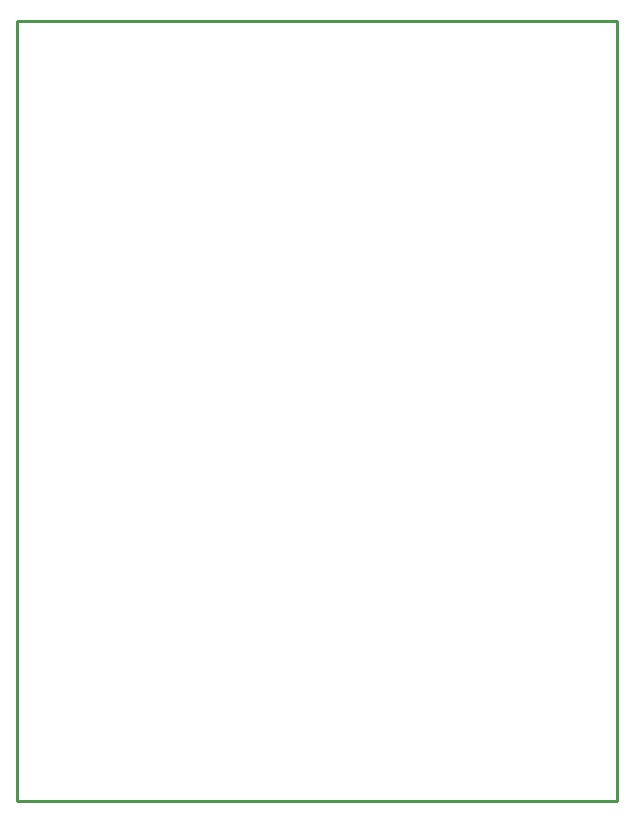
<source format=gbr>
G04 EAGLE Gerber RS-274X export*
G75*
%MOMM*%
%FSLAX34Y34*%
%LPD*%
%IN*%
%IPPOS*%
%AMOC8*
5,1,8,0,0,1.08239X$1,22.5*%
G01*
%ADD10C,0.254000*%


D10*
X0Y0D02*
X508000Y0D01*
X508000Y660400D01*
X0Y660400D01*
X0Y0D01*
M02*

</source>
